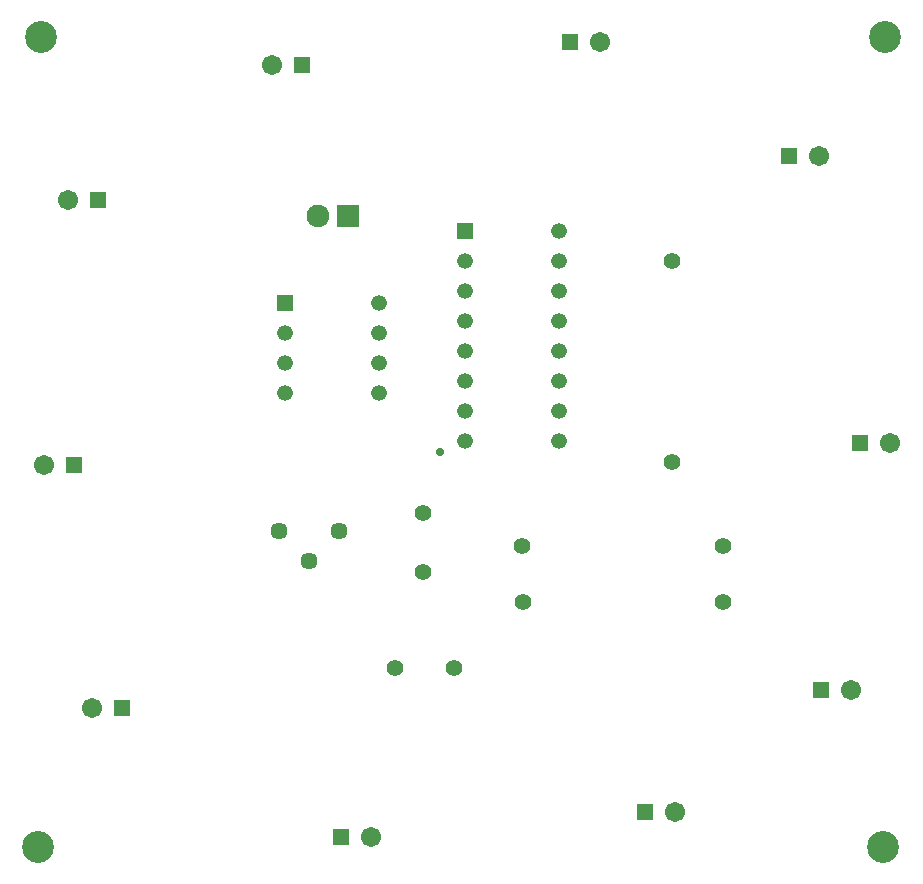
<source format=gbs>
G04*
G04 #@! TF.GenerationSoftware,Altium Limited,Altium Designer,23.1.1 (15)*
G04*
G04 Layer_Color=16711935*
%FSLAX44Y44*%
%MOMM*%
G71*
G04*
G04 #@! TF.SameCoordinates,17E3469B-790B-4AC7-9BA7-D2CD019F83CE*
G04*
G04*
G04 #@! TF.FilePolarity,Negative*
G04*
G01*
G75*
%ADD15C,1.4032*%
%ADD16C,1.7032*%
%ADD17R,1.4032X1.4032*%
%ADD18R,1.3332X1.3332*%
%ADD19C,1.3332*%
%ADD20R,1.9282X1.9282*%
%ADD21C,1.9282*%
%ADD22C,1.4532*%
%ADD23C,2.7032*%
%ADD24C,0.7032*%
D15*
X597408Y220980D02*
D03*
X427408D02*
D03*
X597228Y267970D02*
D03*
X427228D02*
D03*
X319278Y165100D02*
D03*
X369278D02*
D03*
X343408Y245910D02*
D03*
Y295910D02*
D03*
X554228Y339090D02*
D03*
Y509090D02*
D03*
D16*
X705358Y146050D02*
D03*
X556768Y43180D02*
D03*
X298958Y21590D02*
D03*
X62738Y130810D02*
D03*
X22098Y336550D02*
D03*
X42418Y561340D02*
D03*
X215138Y675640D02*
D03*
X493268Y694690D02*
D03*
X678688Y598170D02*
D03*
X738378Y355600D02*
D03*
D17*
X679958Y146050D02*
D03*
X531368Y43180D02*
D03*
X273558Y21590D02*
D03*
X88138Y130810D02*
D03*
X47498Y336550D02*
D03*
X67818Y561340D02*
D03*
X240538Y675640D02*
D03*
X467868Y694690D02*
D03*
X653288Y598170D02*
D03*
X712978Y355600D02*
D03*
D18*
X378638Y534670D02*
D03*
X226238Y473710D02*
D03*
D19*
X378638Y509270D02*
D03*
Y483870D02*
D03*
Y458470D02*
D03*
Y433070D02*
D03*
Y407670D02*
D03*
Y382270D02*
D03*
Y356870D02*
D03*
X458038D02*
D03*
Y382270D02*
D03*
Y407670D02*
D03*
Y433070D02*
D03*
Y458470D02*
D03*
Y483870D02*
D03*
Y509270D02*
D03*
Y534670D02*
D03*
X305638Y473710D02*
D03*
Y448310D02*
D03*
Y422910D02*
D03*
Y397510D02*
D03*
X226238D02*
D03*
Y422910D02*
D03*
Y448310D02*
D03*
D20*
X279908Y547370D02*
D03*
D21*
X254508D02*
D03*
D22*
X272288Y280670D02*
D03*
X246888Y255270D02*
D03*
X221488Y280670D02*
D03*
D23*
X17018Y13208D02*
D03*
X732790D02*
D03*
X734568Y698754D02*
D03*
X19812D02*
D03*
D24*
X357378Y347980D02*
D03*
M02*

</source>
